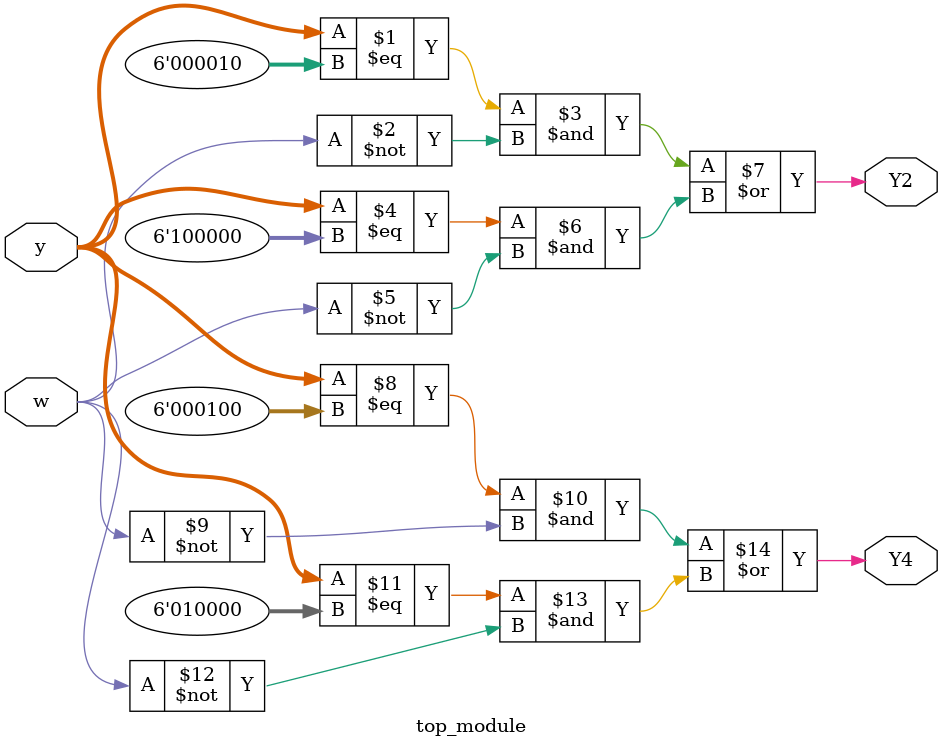
<source format=sv>
module top_module (
    input [6:1] y,
    input w,
    output Y2,
    output Y4
);

    // State definitions
    parameter A = 6'b000001;
    parameter B = 6'b000010;
    parameter C = 6'b000100;
    parameter D = 6'b001000;
    parameter E = 6'b010000;
    parameter F = 6'b100000;

    // Y2 corresponds to state C
    assign Y2 = (y == B & ~w) | (y == F & ~w);

    // Y4 corresponds to state E
    assign Y4 = (y == C & ~w) | (y == E & ~w);

endmodule

</source>
